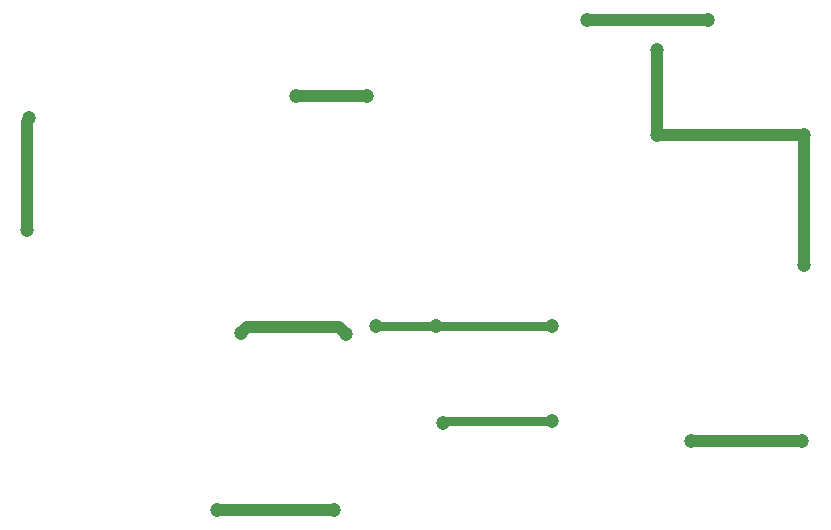
<source format=gbr>
G04 #@! TF.GenerationSoftware,KiCad,Pcbnew,(5.0.0-rc2-dev-493-gd776eaca8)*
G04 #@! TF.CreationDate,2018-05-22T09:37:47-03:00*
G04 #@! TF.ProjectId,V_AMP,565F414D502E6B696361645F70636200,1*
G04 #@! TF.SameCoordinates,PX30a32c0PY4f27ac0*
G04 #@! TF.FileFunction,Copper,L1,Top,Signal*
G04 #@! TF.FilePolarity,Positive*
%FSLAX46Y46*%
G04 Gerber Fmt 4.6, Leading zero omitted, Abs format (unit mm)*
G04 Created by KiCad (PCBNEW (5.0.0-rc2-dev-493-gd776eaca8)) date Tue May 22 09:37:47 2018*
%MOMM*%
%LPD*%
G01*
G04 APERTURE LIST*
%ADD10C,1.200000*%
%ADD11C,1.000000*%
%ADD12C,0.800000*%
G04 APERTURE END LIST*
D10*
X63896000Y11784000D03*
X73294000Y11784000D03*
X52112000Y21530000D03*
X42312000Y21530000D03*
X37212000Y21530000D03*
X52112000Y13530000D03*
X42902000Y13330020D03*
X34712000Y20829990D03*
X30512000Y41030000D03*
X36512000Y41030000D03*
X25812000Y20930000D03*
X55112000Y47430000D03*
X65342000Y47470000D03*
X7692000Y29700000D03*
X7832000Y39130000D03*
X73512000Y26730000D03*
X73512000Y37730000D03*
X61012000Y37730000D03*
X61002000Y44940000D03*
X33670000Y5942000D03*
X23764000Y5942000D03*
D11*
X63896000Y11784000D02*
X73294000Y11784000D01*
D12*
X42312000Y21530000D02*
X52112000Y21530000D01*
X37212000Y21530000D02*
X42312000Y21530000D01*
X43012000Y13530000D02*
X52112000Y13530000D01*
X42902000Y13330020D02*
X43081980Y13510000D01*
X43081980Y13510000D02*
X43012000Y13530000D01*
D11*
X30512000Y41030000D02*
X36512000Y41030000D01*
X34712000Y20829990D02*
X34112001Y21429989D01*
X26311989Y21429989D02*
X25812000Y20930000D01*
X34112001Y21429989D02*
X26311989Y21429989D01*
X55112000Y47430000D02*
X65302000Y47430000D01*
X65302000Y47430000D02*
X65342000Y47470000D01*
X7692000Y38850000D02*
X7692000Y29700000D01*
X7832000Y39130000D02*
X7692000Y38850000D01*
X73512000Y37730000D02*
X73512000Y26730000D01*
X73512000Y37730000D02*
X61012000Y37730000D01*
X61002000Y37740000D02*
X61012000Y37730000D01*
X61002000Y44940000D02*
X61002000Y37740000D01*
X33670000Y5942000D02*
X23764000Y5942000D01*
M02*

</source>
